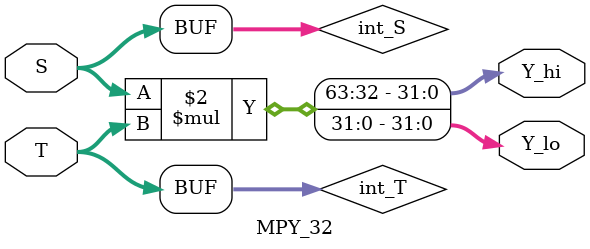
<source format=v>
`timescale 1ns / 1ps
/********************************************************************************
 *
 * Author:   Jesus Luciano and Rosswell Tiongco
 * Filename: MPY_32.v
 * Date:     1/22/2019
 * Version:  1.0
 * 
 * Notes:    ALU module that multiples its 2 32-bit inputs and yields a single 
 *           64-bit output.
 *
 *******************************************************************************/

module MPY_32(S, T, Y_hi, Y_lo);
 
     //delcare inputs and outputs
     input      [31:0]  S, T;
     output reg [31:0]  Y_hi, Y_lo;
     
     //declare integers
     integer int_S, int_T;
     
     always @ (*) begin
        //type cast 32 bit inputs to integers
        int_S = S;
        int_T = T;
        //multiply integers to yield 64 bit result
        {Y_hi, Y_lo} = int_S * int_T;
     
     end
     
endmodule

</source>
